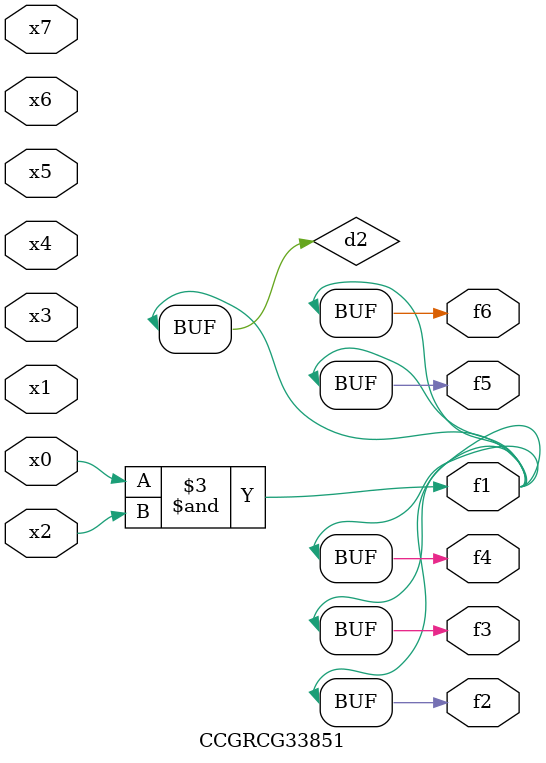
<source format=v>
module CCGRCG33851(
	input x0, x1, x2, x3, x4, x5, x6, x7,
	output f1, f2, f3, f4, f5, f6
);

	wire d1, d2;

	nor (d1, x3, x6);
	and (d2, x0, x2);
	assign f1 = d2;
	assign f2 = d2;
	assign f3 = d2;
	assign f4 = d2;
	assign f5 = d2;
	assign f6 = d2;
endmodule

</source>
